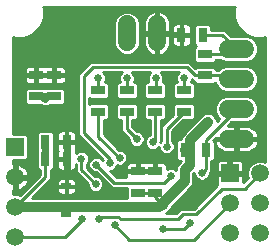
<source format=gbl>
G75*
%MOIN*%
%OFA0B0*%
%FSLAX25Y25*%
%IPPOS*%
%LPD*%
%AMOC8*
5,1,8,0,0,1.08239X$1,22.5*
%
%ADD10R,0.04724X0.03150*%
%ADD11R,0.03150X0.04724*%
%ADD12R,0.03268X0.02480*%
%ADD13R,0.05900X0.05900*%
%ADD14C,0.05900*%
%ADD15C,0.05937*%
%ADD16C,0.01000*%
%ADD17C,0.02600*%
%ADD18C,0.02400*%
%ADD19C,0.03200*%
D10*
X0048907Y0033490D03*
X0054657Y0033490D03*
X0054657Y0040577D03*
X0048907Y0040577D03*
X0045307Y0060490D03*
X0045307Y0067577D03*
X0035807Y0067577D03*
X0035807Y0060490D03*
X0021107Y0065540D03*
X0015107Y0065540D03*
X0015107Y0072627D03*
X0021107Y0072627D03*
X0054807Y0067577D03*
X0054807Y0060490D03*
X0064307Y0060490D03*
X0064307Y0067577D03*
X0071357Y0072540D03*
X0071357Y0079627D03*
D11*
X0070601Y0086033D03*
X0063514Y0086033D03*
X0064564Y0047583D03*
X0071651Y0047583D03*
X0025201Y0050383D03*
X0025201Y0044633D03*
X0018114Y0044633D03*
X0018114Y0050383D03*
D12*
X0025157Y0035561D03*
X0025157Y0026506D03*
D13*
X0008157Y0048633D03*
X0079657Y0039883D03*
D14*
X0008157Y0018633D03*
X0008157Y0028633D03*
X0008157Y0038633D03*
X0079657Y0029883D03*
X0079657Y0019883D03*
X0089657Y0019883D03*
X0089657Y0029883D03*
X0089657Y0039883D03*
D15*
X0084826Y0051333D02*
X0078889Y0051333D01*
X0078889Y0061333D02*
X0084826Y0061333D01*
X0084826Y0071333D02*
X0078889Y0071333D01*
X0078889Y0081333D02*
X0084826Y0081333D01*
X0055357Y0083615D02*
X0055357Y0089552D01*
X0045357Y0089552D02*
X0045357Y0083615D01*
D16*
X0041311Y0082231D02*
X0007357Y0082231D01*
X0007357Y0083229D02*
X0041089Y0083229D01*
X0041089Y0082766D02*
X0041739Y0081197D01*
X0042940Y0079996D01*
X0044508Y0079346D01*
X0046207Y0079346D01*
X0047775Y0079996D01*
X0048976Y0081197D01*
X0049626Y0082766D01*
X0049626Y0090401D01*
X0048976Y0091970D01*
X0047775Y0093170D01*
X0046207Y0093820D01*
X0044508Y0093820D01*
X0042940Y0093170D01*
X0041739Y0091970D01*
X0041089Y0090401D01*
X0041089Y0082766D01*
X0041724Y0081232D02*
X0007357Y0081232D01*
X0007357Y0080234D02*
X0042702Y0080234D01*
X0041089Y0084228D02*
X0007357Y0084228D01*
X0007716Y0085083D02*
X0010998Y0085083D01*
X0014031Y0086339D01*
X0016351Y0088660D01*
X0017607Y0091692D01*
X0017607Y0094974D01*
X0017459Y0095333D01*
X0081256Y0095333D01*
X0081107Y0094974D01*
X0081107Y0091692D01*
X0082363Y0088660D01*
X0084684Y0086339D01*
X0087716Y0085083D01*
X0090998Y0085083D01*
X0091357Y0085232D01*
X0091357Y0043779D01*
X0090503Y0044133D01*
X0088812Y0044133D01*
X0087250Y0043486D01*
X0086055Y0042291D01*
X0085407Y0040729D01*
X0085407Y0039038D01*
X0085659Y0038431D01*
X0084107Y0036879D01*
X0084107Y0039408D01*
X0080133Y0039408D01*
X0080133Y0040358D01*
X0084107Y0040358D01*
X0084107Y0043031D01*
X0084005Y0043412D01*
X0083808Y0043754D01*
X0083528Y0044034D01*
X0083186Y0044231D01*
X0082805Y0044333D01*
X0080132Y0044333D01*
X0080132Y0040358D01*
X0079182Y0040358D01*
X0079182Y0039408D01*
X0075207Y0039408D01*
X0075207Y0036736D01*
X0075310Y0036354D01*
X0075501Y0036023D01*
X0067612Y0028133D01*
X0063112Y0028133D01*
X0061612Y0026633D01*
X0058487Y0026633D01*
X0059080Y0026879D01*
X0059812Y0027611D01*
X0060207Y0028566D01*
X0060207Y0028832D01*
X0066250Y0034875D01*
X0067066Y0035691D01*
X0067507Y0036756D01*
X0067507Y0039882D01*
X0067757Y0040132D01*
X0067757Y0039566D01*
X0068153Y0038611D01*
X0068885Y0037879D01*
X0069840Y0037483D01*
X0070875Y0037483D01*
X0071830Y0037879D01*
X0072562Y0038611D01*
X0072957Y0039566D01*
X0072957Y0040138D01*
X0073451Y0040631D01*
X0073451Y0043921D01*
X0073764Y0043921D01*
X0074526Y0044683D01*
X0074526Y0050318D01*
X0074530Y0050287D01*
X0074748Y0049618D01*
X0075067Y0048991D01*
X0075481Y0048422D01*
X0075978Y0047925D01*
X0076547Y0047512D01*
X0077174Y0047192D01*
X0077843Y0046975D01*
X0078537Y0046865D01*
X0081373Y0046865D01*
X0081373Y0050849D01*
X0074441Y0050849D01*
X0074494Y0050515D01*
X0074040Y0050970D01*
X0074887Y0051818D01*
X0081373Y0051818D01*
X0081373Y0055802D01*
X0078872Y0055802D01*
X0080135Y0057065D01*
X0085675Y0057065D01*
X0087244Y0057715D01*
X0088445Y0058915D01*
X0089094Y0060484D01*
X0089094Y0062182D01*
X0088445Y0063751D01*
X0087244Y0064952D01*
X0085675Y0065602D01*
X0078040Y0065602D01*
X0076471Y0064952D01*
X0075270Y0063751D01*
X0074620Y0062182D01*
X0074620Y0060484D01*
X0075270Y0058915D01*
X0076082Y0058104D01*
X0075257Y0057279D01*
X0075257Y0057660D01*
X0074816Y0058726D01*
X0074000Y0059542D01*
X0072934Y0059983D01*
X0071781Y0059983D01*
X0070715Y0059542D01*
X0063899Y0052726D01*
X0063457Y0051660D01*
X0063457Y0051246D01*
X0062451Y0051246D01*
X0061689Y0050484D01*
X0061689Y0048221D01*
X0061664Y0048160D01*
X0061664Y0047006D01*
X0061689Y0046946D01*
X0061689Y0044683D01*
X0062451Y0043921D01*
X0063344Y0043921D01*
X0062149Y0042726D01*
X0061707Y0041660D01*
X0061707Y0040910D01*
X0061330Y0041287D01*
X0060375Y0041683D01*
X0059340Y0041683D01*
X0058520Y0041343D01*
X0058520Y0042349D01*
X0058417Y0042730D01*
X0058220Y0043072D01*
X0057941Y0043352D01*
X0057599Y0043549D01*
X0057217Y0043651D01*
X0054945Y0043651D01*
X0054945Y0040864D01*
X0054370Y0040864D01*
X0054370Y0040289D01*
X0050795Y0040289D01*
X0049195Y0040289D01*
X0049195Y0040864D01*
X0054370Y0040864D01*
X0054370Y0043651D01*
X0052098Y0043651D01*
X0051782Y0043567D01*
X0051467Y0043651D01*
X0049195Y0043651D01*
X0049195Y0040864D01*
X0048620Y0040864D01*
X0048620Y0040289D01*
X0045045Y0040289D01*
X0045045Y0038804D01*
X0045091Y0038633D01*
X0041853Y0038633D01*
X0039753Y0040733D01*
X0040125Y0040733D01*
X0041080Y0041129D01*
X0041812Y0041861D01*
X0042109Y0042579D01*
X0042340Y0042483D01*
X0043375Y0042483D01*
X0044330Y0042879D01*
X0045062Y0043611D01*
X0045457Y0044566D01*
X0045457Y0045601D01*
X0045062Y0046556D01*
X0044330Y0047287D01*
X0043375Y0047683D01*
X0042803Y0047683D01*
X0037607Y0052879D01*
X0037607Y0057615D01*
X0038708Y0057615D01*
X0039470Y0058377D01*
X0039470Y0062603D01*
X0038708Y0063365D01*
X0032907Y0063365D01*
X0032657Y0063115D01*
X0032657Y0064951D01*
X0032907Y0064702D01*
X0038708Y0064702D01*
X0039470Y0065463D01*
X0039470Y0069690D01*
X0038708Y0070451D01*
X0038174Y0070451D01*
X0038407Y0071016D01*
X0038407Y0072051D01*
X0038012Y0073006D01*
X0037484Y0073533D01*
X0043631Y0073533D01*
X0043103Y0073006D01*
X0042707Y0072051D01*
X0042707Y0071016D01*
X0042941Y0070451D01*
X0042407Y0070451D01*
X0041645Y0069690D01*
X0041645Y0065463D01*
X0042407Y0064702D01*
X0048208Y0064702D01*
X0048970Y0065463D01*
X0048970Y0069690D01*
X0048208Y0070451D01*
X0047674Y0070451D01*
X0047907Y0071016D01*
X0047907Y0072051D01*
X0047512Y0073006D01*
X0046984Y0073533D01*
X0053131Y0073533D01*
X0052653Y0073056D01*
X0052257Y0072101D01*
X0052257Y0071066D01*
X0052512Y0070451D01*
X0051907Y0070451D01*
X0051145Y0069690D01*
X0051145Y0065463D01*
X0051907Y0064702D01*
X0057708Y0064702D01*
X0058470Y0065463D01*
X0058470Y0069690D01*
X0057708Y0070451D01*
X0057203Y0070451D01*
X0057457Y0071066D01*
X0057457Y0072101D01*
X0057062Y0073056D01*
X0056584Y0073533D01*
X0062631Y0073533D01*
X0062103Y0073006D01*
X0061707Y0072051D01*
X0061707Y0071016D01*
X0061941Y0070451D01*
X0061407Y0070451D01*
X0060645Y0069690D01*
X0060645Y0065463D01*
X0061407Y0064702D01*
X0067208Y0064702D01*
X0067970Y0065463D01*
X0067970Y0069690D01*
X0067208Y0070451D01*
X0066674Y0070451D01*
X0066907Y0071016D01*
X0066907Y0071194D01*
X0067362Y0070740D01*
X0067695Y0070740D01*
X0067695Y0070427D01*
X0068457Y0069665D01*
X0074258Y0069665D01*
X0074754Y0070161D01*
X0075270Y0068915D01*
X0076471Y0067715D01*
X0078040Y0067065D01*
X0085675Y0067065D01*
X0087244Y0067715D01*
X0088445Y0068915D01*
X0089094Y0070484D01*
X0089094Y0072182D01*
X0088445Y0073751D01*
X0087244Y0074952D01*
X0085675Y0075602D01*
X0078040Y0075602D01*
X0076471Y0074952D01*
X0075859Y0074340D01*
X0075020Y0074340D01*
X0075020Y0074653D01*
X0074258Y0075415D01*
X0068457Y0075415D01*
X0068118Y0075076D01*
X0066060Y0077133D01*
X0033112Y0077133D01*
X0032057Y0076079D01*
X0029057Y0073079D01*
X0029057Y0052588D01*
X0037238Y0044407D01*
X0037230Y0044388D01*
X0036580Y0045037D01*
X0035625Y0045433D01*
X0034590Y0045433D01*
X0033635Y0045037D01*
X0032903Y0044306D01*
X0032507Y0043351D01*
X0032507Y0042316D01*
X0032903Y0041361D01*
X0033635Y0040629D01*
X0034590Y0040233D01*
X0035162Y0040233D01*
X0039307Y0036088D01*
X0040362Y0035033D01*
X0045245Y0035033D01*
X0045245Y0031533D01*
X0013603Y0031533D01*
X0019914Y0037844D01*
X0019914Y0040971D01*
X0020227Y0040971D01*
X0020989Y0041733D01*
X0020989Y0053284D01*
X0020227Y0054046D01*
X0016001Y0054046D01*
X0015239Y0053284D01*
X0015239Y0041733D01*
X0016001Y0040971D01*
X0016314Y0040971D01*
X0016314Y0039336D01*
X0009610Y0032632D01*
X0009003Y0032883D01*
X0007357Y0032883D01*
X0007357Y0034255D01*
X0007682Y0034203D01*
X0007682Y0038158D01*
X0008632Y0038158D01*
X0008632Y0034203D01*
X0009200Y0034293D01*
X0009866Y0034509D01*
X0010490Y0034827D01*
X0011056Y0035239D01*
X0011552Y0035734D01*
X0011963Y0036301D01*
X0012281Y0036925D01*
X0012498Y0037591D01*
X0012588Y0038158D01*
X0008633Y0038158D01*
X0008633Y0039108D01*
X0012588Y0039108D01*
X0012498Y0039675D01*
X0012281Y0040342D01*
X0011963Y0040966D01*
X0011552Y0041532D01*
X0011056Y0042028D01*
X0010490Y0042439D01*
X0009866Y0042757D01*
X0009200Y0042974D01*
X0008632Y0043064D01*
X0008632Y0039108D01*
X0007682Y0039108D01*
X0007682Y0043064D01*
X0007357Y0043012D01*
X0007357Y0044383D01*
X0011646Y0044383D01*
X0012407Y0045145D01*
X0012407Y0052122D01*
X0011646Y0052883D01*
X0007357Y0052883D01*
X0007357Y0085232D01*
X0007716Y0085083D01*
X0007372Y0085226D02*
X0007357Y0085226D01*
X0011343Y0085226D02*
X0041089Y0085226D01*
X0041089Y0086225D02*
X0013754Y0086225D01*
X0014915Y0087223D02*
X0041089Y0087223D01*
X0041089Y0088222D02*
X0015913Y0088222D01*
X0016583Y0089220D02*
X0041089Y0089220D01*
X0041089Y0090219D02*
X0016997Y0090219D01*
X0017411Y0091217D02*
X0041427Y0091217D01*
X0041985Y0092216D02*
X0017607Y0092216D01*
X0017607Y0093214D02*
X0043045Y0093214D01*
X0047670Y0093214D02*
X0052796Y0093214D01*
X0053015Y0093374D02*
X0052446Y0092960D01*
X0051949Y0092463D01*
X0051536Y0091894D01*
X0051216Y0091267D01*
X0050999Y0090598D01*
X0050889Y0089904D01*
X0050889Y0087068D01*
X0054873Y0087068D01*
X0054873Y0093999D01*
X0054311Y0093910D01*
X0053642Y0093693D01*
X0053015Y0093374D01*
X0051770Y0092216D02*
X0048730Y0092216D01*
X0049288Y0091217D02*
X0051200Y0091217D01*
X0050939Y0090219D02*
X0049626Y0090219D01*
X0049626Y0089220D02*
X0050889Y0089220D01*
X0050889Y0088222D02*
X0049626Y0088222D01*
X0049626Y0087223D02*
X0050889Y0087223D01*
X0050889Y0086099D02*
X0050889Y0083263D01*
X0050999Y0082568D01*
X0051216Y0081900D01*
X0051536Y0081273D01*
X0051949Y0080704D01*
X0052446Y0080206D01*
X0053015Y0079793D01*
X0053642Y0079474D01*
X0054311Y0079256D01*
X0054873Y0079167D01*
X0054873Y0086099D01*
X0050889Y0086099D01*
X0050889Y0085226D02*
X0049626Y0085226D01*
X0049626Y0084228D02*
X0050889Y0084228D01*
X0050894Y0083229D02*
X0049626Y0083229D01*
X0049404Y0082231D02*
X0051109Y0082231D01*
X0051565Y0081232D02*
X0048991Y0081232D01*
X0048013Y0080234D02*
X0052419Y0080234D01*
X0054445Y0079235D02*
X0007357Y0079235D01*
X0007357Y0078237D02*
X0067695Y0078237D01*
X0067695Y0077513D02*
X0068457Y0076752D01*
X0074258Y0076752D01*
X0075020Y0077513D01*
X0075020Y0077827D01*
X0076359Y0077827D01*
X0076471Y0077715D01*
X0078040Y0077065D01*
X0085675Y0077065D01*
X0087244Y0077715D01*
X0088445Y0078915D01*
X0089094Y0080484D01*
X0089094Y0082182D01*
X0088445Y0083751D01*
X0087244Y0084952D01*
X0085675Y0085602D01*
X0080135Y0085602D01*
X0077903Y0087833D01*
X0073476Y0087833D01*
X0073476Y0088934D01*
X0072714Y0089696D01*
X0068488Y0089696D01*
X0067726Y0088934D01*
X0067726Y0083133D01*
X0068407Y0082452D01*
X0067695Y0081740D01*
X0067695Y0077513D01*
X0067971Y0077238D02*
X0007357Y0077238D01*
X0007357Y0076240D02*
X0032218Y0076240D01*
X0031220Y0075241D02*
X0024551Y0075241D01*
X0024670Y0075122D02*
X0024391Y0075402D01*
X0024049Y0075599D01*
X0023667Y0075701D01*
X0021395Y0075701D01*
X0021395Y0072914D01*
X0024970Y0072914D01*
X0024970Y0074399D01*
X0024867Y0074780D01*
X0024670Y0075122D01*
X0024970Y0074243D02*
X0030221Y0074243D01*
X0029223Y0073244D02*
X0024970Y0073244D01*
X0024970Y0072339D02*
X0021395Y0072339D01*
X0021395Y0069552D01*
X0023667Y0069552D01*
X0024049Y0069654D01*
X0024391Y0069852D01*
X0024670Y0070131D01*
X0024867Y0070473D01*
X0024970Y0070854D01*
X0024970Y0072339D01*
X0024970Y0072245D02*
X0029057Y0072245D01*
X0029057Y0071247D02*
X0024970Y0071247D01*
X0024738Y0070248D02*
X0029057Y0070248D01*
X0029057Y0069250D02*
X0007357Y0069250D01*
X0007357Y0070248D02*
X0011477Y0070248D01*
X0011545Y0070131D02*
X0011824Y0069852D01*
X0012166Y0069654D01*
X0012548Y0069552D01*
X0014820Y0069552D01*
X0014820Y0072339D01*
X0015395Y0072339D01*
X0015395Y0069552D01*
X0017667Y0069552D01*
X0018049Y0069654D01*
X0018107Y0069688D01*
X0018166Y0069654D01*
X0018548Y0069552D01*
X0020820Y0069552D01*
X0020820Y0072339D01*
X0021395Y0072339D01*
X0021395Y0072914D01*
X0020820Y0072914D01*
X0020820Y0072339D01*
X0017245Y0072339D01*
X0015395Y0072339D01*
X0015395Y0072914D01*
X0020820Y0072914D01*
X0020820Y0075701D01*
X0018548Y0075701D01*
X0018166Y0075599D01*
X0018107Y0075565D01*
X0018049Y0075599D01*
X0017667Y0075701D01*
X0015395Y0075701D01*
X0015395Y0072914D01*
X0014820Y0072914D01*
X0014820Y0072339D01*
X0011245Y0072339D01*
X0011245Y0070854D01*
X0011348Y0070473D01*
X0011545Y0070131D01*
X0012207Y0068415D02*
X0011445Y0067653D01*
X0011445Y0063427D01*
X0012207Y0062665D01*
X0016599Y0062665D01*
X0016635Y0062629D01*
X0017590Y0062233D01*
X0018625Y0062233D01*
X0019580Y0062629D01*
X0019616Y0062665D01*
X0024008Y0062665D01*
X0024770Y0063427D01*
X0024770Y0067653D01*
X0024008Y0068415D01*
X0018207Y0068415D01*
X0018107Y0068315D01*
X0018008Y0068415D01*
X0012207Y0068415D01*
X0012043Y0068251D02*
X0007357Y0068251D01*
X0007357Y0067253D02*
X0011445Y0067253D01*
X0011445Y0066254D02*
X0007357Y0066254D01*
X0007357Y0065256D02*
X0011445Y0065256D01*
X0011445Y0064257D02*
X0007357Y0064257D01*
X0007357Y0063259D02*
X0011613Y0063259D01*
X0007357Y0062260D02*
X0017525Y0062260D01*
X0018690Y0062260D02*
X0029057Y0062260D01*
X0029057Y0061262D02*
X0007357Y0061262D01*
X0007357Y0060263D02*
X0029057Y0060263D01*
X0029057Y0059265D02*
X0007357Y0059265D01*
X0007357Y0058266D02*
X0029057Y0058266D01*
X0029057Y0057268D02*
X0007357Y0057268D01*
X0007357Y0056269D02*
X0029057Y0056269D01*
X0029057Y0055271D02*
X0007357Y0055271D01*
X0007357Y0054272D02*
X0029057Y0054272D01*
X0029057Y0053274D02*
X0028187Y0053274D01*
X0028173Y0053325D02*
X0027976Y0053667D01*
X0027697Y0053946D01*
X0027355Y0054143D01*
X0026973Y0054246D01*
X0025488Y0054246D01*
X0025488Y0050671D01*
X0024913Y0050671D01*
X0024913Y0050096D01*
X0022126Y0050096D01*
X0022126Y0047824D01*
X0022210Y0047508D01*
X0022126Y0047193D01*
X0022126Y0044921D01*
X0024913Y0044921D01*
X0024913Y0044346D01*
X0022126Y0044346D01*
X0022126Y0042074D01*
X0022228Y0041692D01*
X0022426Y0041350D01*
X0022705Y0041071D01*
X0023047Y0040873D01*
X0023428Y0040771D01*
X0024913Y0040771D01*
X0024913Y0044346D01*
X0025488Y0044346D01*
X0025488Y0040771D01*
X0026973Y0040771D01*
X0027355Y0040873D01*
X0027697Y0041071D01*
X0027976Y0041350D01*
X0028173Y0041692D01*
X0028276Y0042074D01*
X0028276Y0042988D01*
X0028307Y0042956D01*
X0028307Y0040338D01*
X0029362Y0039283D01*
X0032257Y0036388D01*
X0032257Y0035816D01*
X0032653Y0034861D01*
X0033385Y0034129D01*
X0034340Y0033733D01*
X0035375Y0033733D01*
X0036330Y0034129D01*
X0037062Y0034861D01*
X0037457Y0035816D01*
X0037457Y0036851D01*
X0037062Y0037806D01*
X0036330Y0038537D01*
X0035375Y0038933D01*
X0034803Y0038933D01*
X0031907Y0041829D01*
X0031907Y0042956D01*
X0032312Y0043361D01*
X0032707Y0044316D01*
X0032707Y0045351D01*
X0032312Y0046306D01*
X0031580Y0047037D01*
X0030625Y0047433D01*
X0029590Y0047433D01*
X0028635Y0047037D01*
X0028276Y0046678D01*
X0028276Y0047193D01*
X0028191Y0047508D01*
X0028276Y0047824D01*
X0028276Y0050096D01*
X0025488Y0050096D01*
X0025488Y0044921D01*
X0024913Y0044921D01*
X0024913Y0048496D01*
X0024913Y0050096D01*
X0025488Y0050096D01*
X0025488Y0050671D01*
X0028276Y0050671D01*
X0028276Y0052943D01*
X0028173Y0053325D01*
X0028276Y0052275D02*
X0029370Y0052275D01*
X0030368Y0051277D02*
X0028276Y0051277D01*
X0028276Y0049280D02*
X0032365Y0049280D01*
X0031367Y0050278D02*
X0025488Y0050278D01*
X0024913Y0050278D02*
X0020989Y0050278D01*
X0020989Y0049280D02*
X0022126Y0049280D01*
X0022126Y0048281D02*
X0020989Y0048281D01*
X0020989Y0047283D02*
X0022150Y0047283D01*
X0022126Y0046284D02*
X0020989Y0046284D01*
X0020989Y0045286D02*
X0022126Y0045286D01*
X0022126Y0044287D02*
X0020989Y0044287D01*
X0020989Y0043289D02*
X0022126Y0043289D01*
X0022126Y0042290D02*
X0020989Y0042290D01*
X0020548Y0041292D02*
X0022484Y0041292D01*
X0019914Y0040293D02*
X0028352Y0040293D01*
X0028307Y0041292D02*
X0027917Y0041292D01*
X0028276Y0042290D02*
X0028307Y0042290D01*
X0030107Y0041083D02*
X0030107Y0044833D01*
X0029227Y0047283D02*
X0028252Y0047283D01*
X0028276Y0048281D02*
X0033364Y0048281D01*
X0034363Y0047283D02*
X0030988Y0047283D01*
X0032321Y0046284D02*
X0035361Y0046284D01*
X0035981Y0045286D02*
X0036360Y0045286D01*
X0034234Y0045286D02*
X0032707Y0045286D01*
X0032695Y0044287D02*
X0032895Y0044287D01*
X0032507Y0043289D02*
X0032240Y0043289D01*
X0032518Y0042290D02*
X0031907Y0042290D01*
X0032445Y0041292D02*
X0032972Y0041292D01*
X0033443Y0040293D02*
X0034446Y0040293D01*
X0034442Y0039295D02*
X0036101Y0039295D01*
X0036572Y0038296D02*
X0037099Y0038296D01*
X0037272Y0037298D02*
X0038098Y0037298D01*
X0037457Y0036299D02*
X0039096Y0036299D01*
X0040095Y0035301D02*
X0037244Y0035301D01*
X0036503Y0034302D02*
X0045245Y0034302D01*
X0045245Y0033304D02*
X0027895Y0033304D01*
X0027992Y0033400D02*
X0028189Y0033742D01*
X0028291Y0034123D01*
X0028291Y0035441D01*
X0025278Y0035441D01*
X0025278Y0035681D01*
X0028291Y0035681D01*
X0028291Y0036999D01*
X0028189Y0037380D01*
X0027992Y0037722D01*
X0027712Y0038001D01*
X0027370Y0038199D01*
X0026989Y0038301D01*
X0025278Y0038301D01*
X0025278Y0035681D01*
X0025037Y0035681D01*
X0025037Y0035441D01*
X0022024Y0035441D01*
X0022024Y0034123D01*
X0022126Y0033742D01*
X0022323Y0033400D01*
X0022603Y0033120D01*
X0022945Y0032923D01*
X0023326Y0032821D01*
X0025037Y0032821D01*
X0025037Y0035441D01*
X0025278Y0035441D01*
X0025278Y0032821D01*
X0026989Y0032821D01*
X0027370Y0032923D01*
X0027712Y0033120D01*
X0027992Y0033400D01*
X0028291Y0034302D02*
X0033212Y0034302D01*
X0032471Y0035301D02*
X0028291Y0035301D01*
X0028291Y0036299D02*
X0032257Y0036299D01*
X0031348Y0037298D02*
X0028211Y0037298D01*
X0027007Y0038296D02*
X0030349Y0038296D01*
X0029362Y0039283D02*
X0029362Y0039283D01*
X0029351Y0039295D02*
X0019914Y0039295D01*
X0019914Y0038296D02*
X0023308Y0038296D01*
X0023326Y0038301D02*
X0022945Y0038199D01*
X0022603Y0038001D01*
X0022323Y0037722D01*
X0022126Y0037380D01*
X0022024Y0036999D01*
X0022024Y0035681D01*
X0025037Y0035681D01*
X0025037Y0038301D01*
X0023326Y0038301D01*
X0022104Y0037298D02*
X0019367Y0037298D01*
X0018369Y0036299D02*
X0022024Y0036299D01*
X0022024Y0035301D02*
X0017370Y0035301D01*
X0016372Y0034302D02*
X0022024Y0034302D01*
X0022419Y0033304D02*
X0015373Y0033304D01*
X0014375Y0032305D02*
X0045245Y0032305D01*
X0048907Y0033490D02*
X0054657Y0033490D01*
X0054657Y0032033D01*
X0057607Y0029083D01*
X0059514Y0027312D02*
X0062291Y0027312D01*
X0063857Y0026333D02*
X0062357Y0024833D01*
X0043107Y0024833D01*
X0042607Y0025333D01*
X0036607Y0025333D01*
X0036107Y0024833D01*
X0030257Y0024633D02*
X0030257Y0024233D01*
X0024657Y0018633D01*
X0008157Y0018633D01*
X0008157Y0028633D02*
X0018114Y0038590D01*
X0018114Y0044633D01*
X0015239Y0044287D02*
X0007357Y0044287D01*
X0007357Y0043289D02*
X0015239Y0043289D01*
X0015239Y0042290D02*
X0010695Y0042290D01*
X0011727Y0041292D02*
X0015680Y0041292D01*
X0016314Y0040293D02*
X0012297Y0040293D01*
X0012558Y0039295D02*
X0016273Y0039295D01*
X0015275Y0038296D02*
X0008633Y0038296D01*
X0008632Y0037298D02*
X0007682Y0037298D01*
X0007682Y0036299D02*
X0008632Y0036299D01*
X0008632Y0035301D02*
X0007682Y0035301D01*
X0007682Y0034302D02*
X0008632Y0034302D01*
X0009228Y0034302D02*
X0011281Y0034302D01*
X0011118Y0035301D02*
X0012279Y0035301D01*
X0011962Y0036299D02*
X0013278Y0036299D01*
X0012402Y0037298D02*
X0014276Y0037298D01*
X0010282Y0033304D02*
X0007357Y0033304D01*
X0007682Y0039295D02*
X0008632Y0039295D01*
X0008632Y0040293D02*
X0007682Y0040293D01*
X0007682Y0041292D02*
X0008632Y0041292D01*
X0008632Y0042290D02*
X0007682Y0042290D01*
X0012407Y0045286D02*
X0015239Y0045286D01*
X0015239Y0046284D02*
X0012407Y0046284D01*
X0012407Y0047283D02*
X0015239Y0047283D01*
X0015239Y0048281D02*
X0012407Y0048281D01*
X0012407Y0049280D02*
X0015239Y0049280D01*
X0015239Y0050278D02*
X0012407Y0050278D01*
X0012407Y0051277D02*
X0015239Y0051277D01*
X0015239Y0052275D02*
X0012254Y0052275D01*
X0015239Y0053274D02*
X0007357Y0053274D01*
X0020989Y0053274D02*
X0022215Y0053274D01*
X0022228Y0053325D02*
X0022126Y0052943D01*
X0022126Y0050671D01*
X0024913Y0050671D01*
X0024913Y0054246D01*
X0023428Y0054246D01*
X0023047Y0054143D01*
X0022705Y0053946D01*
X0022426Y0053667D01*
X0022228Y0053325D01*
X0022126Y0052275D02*
X0020989Y0052275D01*
X0020989Y0051277D02*
X0022126Y0051277D01*
X0024913Y0051277D02*
X0025488Y0051277D01*
X0025488Y0052275D02*
X0024913Y0052275D01*
X0024913Y0053274D02*
X0025488Y0053274D01*
X0025488Y0049280D02*
X0024913Y0049280D01*
X0024913Y0048281D02*
X0025488Y0048281D01*
X0025488Y0047283D02*
X0024913Y0047283D01*
X0024913Y0046284D02*
X0025488Y0046284D01*
X0025488Y0045286D02*
X0024913Y0045286D01*
X0024913Y0044287D02*
X0025488Y0044287D01*
X0025488Y0043289D02*
X0024913Y0043289D01*
X0024913Y0042290D02*
X0025488Y0042290D01*
X0025488Y0041292D02*
X0024913Y0041292D01*
X0026607Y0039083D02*
X0025157Y0037633D01*
X0025157Y0035561D01*
X0025037Y0035301D02*
X0025278Y0035301D01*
X0025278Y0036299D02*
X0025037Y0036299D01*
X0025037Y0037298D02*
X0025278Y0037298D01*
X0025278Y0038296D02*
X0025037Y0038296D01*
X0025037Y0034302D02*
X0025278Y0034302D01*
X0025278Y0033304D02*
X0025037Y0033304D01*
X0025369Y0028945D02*
X0025369Y0028517D01*
X0025157Y0028233D01*
X0025157Y0026506D01*
X0034857Y0036333D02*
X0030107Y0041083D01*
X0035107Y0042833D02*
X0041107Y0036833D01*
X0057607Y0036833D01*
X0059857Y0039083D01*
X0061320Y0041292D02*
X0061707Y0041292D01*
X0061968Y0042290D02*
X0058520Y0042290D01*
X0058004Y0043289D02*
X0062712Y0043289D01*
X0062085Y0044287D02*
X0045342Y0044287D01*
X0045966Y0043549D02*
X0045624Y0043352D01*
X0045345Y0043072D01*
X0045148Y0042730D01*
X0045045Y0042349D01*
X0045045Y0040864D01*
X0048620Y0040864D01*
X0048620Y0043651D01*
X0046348Y0043651D01*
X0045966Y0043549D01*
X0045561Y0043289D02*
X0044740Y0043289D01*
X0045045Y0042290D02*
X0041990Y0042290D01*
X0041243Y0041292D02*
X0045045Y0041292D01*
X0045045Y0039295D02*
X0041192Y0039295D01*
X0040193Y0040293D02*
X0048620Y0040293D01*
X0048907Y0040577D02*
X0054657Y0040577D01*
X0054370Y0040293D02*
X0049195Y0040293D01*
X0049195Y0041292D02*
X0048620Y0041292D01*
X0048620Y0042290D02*
X0049195Y0042290D01*
X0049195Y0043289D02*
X0048620Y0043289D01*
X0045457Y0045286D02*
X0061689Y0045286D01*
X0061689Y0046284D02*
X0059247Y0046284D01*
X0059125Y0046233D02*
X0060080Y0046629D01*
X0060812Y0047361D01*
X0061207Y0048316D01*
X0061207Y0049351D01*
X0060812Y0050306D01*
X0060407Y0050710D01*
X0060407Y0054044D01*
X0063978Y0057615D01*
X0067208Y0057615D01*
X0067970Y0058377D01*
X0067970Y0062603D01*
X0067208Y0063365D01*
X0061407Y0063365D01*
X0060645Y0062603D01*
X0060645Y0059373D01*
X0056807Y0055536D01*
X0056807Y0050710D01*
X0056457Y0050360D01*
X0056457Y0050388D01*
X0056607Y0050538D01*
X0056607Y0057615D01*
X0057708Y0057615D01*
X0058470Y0058377D01*
X0058470Y0062603D01*
X0057708Y0063365D01*
X0051907Y0063365D01*
X0051145Y0062603D01*
X0051145Y0058377D01*
X0051907Y0057615D01*
X0053007Y0057615D01*
X0053007Y0052795D01*
X0052385Y0052537D01*
X0051653Y0051806D01*
X0051257Y0050851D01*
X0051257Y0049816D01*
X0051653Y0048861D01*
X0052385Y0048129D01*
X0053340Y0047733D01*
X0054375Y0047733D01*
X0055330Y0048129D01*
X0056007Y0048806D01*
X0056007Y0048316D01*
X0056403Y0047361D01*
X0057135Y0046629D01*
X0058090Y0046233D01*
X0059125Y0046233D01*
X0057967Y0046284D02*
X0045174Y0046284D01*
X0044335Y0047283D02*
X0056481Y0047283D01*
X0056022Y0048281D02*
X0055482Y0048281D01*
X0053857Y0050333D02*
X0054807Y0051283D01*
X0054807Y0060490D01*
X0058470Y0060263D02*
X0060645Y0060263D01*
X0060645Y0061262D02*
X0058470Y0061262D01*
X0058470Y0062260D02*
X0060645Y0062260D01*
X0061301Y0063259D02*
X0057814Y0063259D01*
X0058262Y0065256D02*
X0060853Y0065256D01*
X0060645Y0066254D02*
X0058470Y0066254D01*
X0058470Y0067253D02*
X0060645Y0067253D01*
X0060645Y0068251D02*
X0058470Y0068251D01*
X0058470Y0069250D02*
X0060645Y0069250D01*
X0061204Y0070248D02*
X0057911Y0070248D01*
X0057457Y0071247D02*
X0061707Y0071247D01*
X0061788Y0072245D02*
X0057397Y0072245D01*
X0056874Y0073244D02*
X0062341Y0073244D01*
X0064307Y0071533D02*
X0064307Y0067577D01*
X0067970Y0067253D02*
X0077586Y0067253D01*
X0075934Y0068251D02*
X0067970Y0068251D01*
X0067970Y0069250D02*
X0075132Y0069250D01*
X0071357Y0072540D02*
X0068107Y0072540D01*
X0065314Y0075333D01*
X0033857Y0075333D01*
X0030857Y0072333D01*
X0030857Y0053333D01*
X0039607Y0044583D01*
X0039607Y0043333D01*
X0042857Y0045083D02*
X0035807Y0052133D01*
X0035807Y0060490D01*
X0037607Y0057268D02*
X0043507Y0057268D01*
X0043507Y0057615D02*
X0043507Y0053888D01*
X0044562Y0052833D01*
X0046007Y0051388D01*
X0046007Y0050816D01*
X0046403Y0049861D01*
X0047135Y0049129D01*
X0048090Y0048733D01*
X0049125Y0048733D01*
X0050080Y0049129D01*
X0050812Y0049861D01*
X0051207Y0050816D01*
X0051207Y0051851D01*
X0050812Y0052806D01*
X0050080Y0053537D01*
X0049125Y0053933D01*
X0048553Y0053933D01*
X0047107Y0055379D01*
X0047107Y0057615D01*
X0048208Y0057615D01*
X0048970Y0058377D01*
X0048970Y0062603D01*
X0048208Y0063365D01*
X0042407Y0063365D01*
X0041645Y0062603D01*
X0041645Y0058377D01*
X0042407Y0057615D01*
X0043507Y0057615D01*
X0043507Y0056269D02*
X0037607Y0056269D01*
X0037607Y0055271D02*
X0043507Y0055271D01*
X0043507Y0054272D02*
X0037607Y0054272D01*
X0037607Y0053274D02*
X0044121Y0053274D01*
X0045120Y0052275D02*
X0038211Y0052275D01*
X0039210Y0051277D02*
X0046007Y0051277D01*
X0046230Y0050278D02*
X0040208Y0050278D01*
X0041207Y0049280D02*
X0046984Y0049280D01*
X0048607Y0051333D02*
X0045307Y0054633D01*
X0045307Y0060490D01*
X0041645Y0060263D02*
X0039470Y0060263D01*
X0039470Y0059265D02*
X0041645Y0059265D01*
X0041756Y0058266D02*
X0039359Y0058266D01*
X0039470Y0061262D02*
X0041645Y0061262D01*
X0041645Y0062260D02*
X0039470Y0062260D01*
X0038814Y0063259D02*
X0042301Y0063259D01*
X0041853Y0065256D02*
X0039262Y0065256D01*
X0039470Y0066254D02*
X0041645Y0066254D01*
X0041645Y0067253D02*
X0039470Y0067253D01*
X0039470Y0068251D02*
X0041645Y0068251D01*
X0041645Y0069250D02*
X0039470Y0069250D01*
X0038911Y0070248D02*
X0042204Y0070248D01*
X0042707Y0071247D02*
X0038407Y0071247D01*
X0038327Y0072245D02*
X0042788Y0072245D01*
X0043341Y0073244D02*
X0037774Y0073244D01*
X0035807Y0071533D02*
X0035807Y0067577D01*
X0032657Y0064257D02*
X0075776Y0064257D01*
X0075066Y0063259D02*
X0067314Y0063259D01*
X0067970Y0062260D02*
X0074653Y0062260D01*
X0074620Y0061262D02*
X0067970Y0061262D01*
X0067970Y0060263D02*
X0074712Y0060263D01*
X0075126Y0059265D02*
X0074277Y0059265D01*
X0075006Y0058266D02*
X0075919Y0058266D01*
X0079339Y0056269D02*
X0091357Y0056269D01*
X0091357Y0055271D02*
X0086941Y0055271D01*
X0087168Y0055155D02*
X0086541Y0055474D01*
X0085872Y0055692D01*
X0085178Y0055802D01*
X0082342Y0055802D01*
X0082342Y0051818D01*
X0081373Y0051818D01*
X0081373Y0050849D01*
X0082342Y0050849D01*
X0082342Y0051818D01*
X0089273Y0051818D01*
X0089184Y0052380D01*
X0088967Y0053049D01*
X0088648Y0053675D01*
X0088234Y0054244D01*
X0087737Y0054742D01*
X0087168Y0055155D01*
X0088206Y0054272D02*
X0091357Y0054272D01*
X0091357Y0053274D02*
X0088852Y0053274D01*
X0089201Y0052275D02*
X0091357Y0052275D01*
X0091357Y0051277D02*
X0082342Y0051277D01*
X0082342Y0050849D02*
X0089273Y0050849D01*
X0089184Y0050287D01*
X0088967Y0049618D01*
X0088648Y0048991D01*
X0088234Y0048422D01*
X0087737Y0047925D01*
X0087168Y0047512D01*
X0086541Y0047192D01*
X0085872Y0046975D01*
X0085178Y0046865D01*
X0082342Y0046865D01*
X0082342Y0050849D01*
X0082342Y0050278D02*
X0081373Y0050278D01*
X0081373Y0049280D02*
X0082342Y0049280D01*
X0082342Y0048281D02*
X0081373Y0048281D01*
X0081373Y0047283D02*
X0082342Y0047283D01*
X0082977Y0044287D02*
X0091357Y0044287D01*
X0091357Y0045286D02*
X0074526Y0045286D01*
X0074526Y0046284D02*
X0091357Y0046284D01*
X0091357Y0047283D02*
X0086719Y0047283D01*
X0088093Y0048281D02*
X0091357Y0048281D01*
X0091357Y0049280D02*
X0088795Y0049280D01*
X0089182Y0050278D02*
X0091357Y0050278D01*
X0087052Y0043289D02*
X0084038Y0043289D01*
X0084107Y0042290D02*
X0086054Y0042290D01*
X0085641Y0041292D02*
X0084107Y0041292D01*
X0085407Y0040293D02*
X0080133Y0040293D01*
X0079182Y0040293D02*
X0073113Y0040293D01*
X0072845Y0039295D02*
X0075207Y0039295D01*
X0075207Y0038296D02*
X0072247Y0038296D01*
X0070357Y0040083D02*
X0071651Y0041377D01*
X0071651Y0047583D01*
X0071651Y0051127D01*
X0081857Y0061333D01*
X0086165Y0057268D02*
X0091357Y0057268D01*
X0091357Y0058266D02*
X0087796Y0058266D01*
X0088589Y0059265D02*
X0091357Y0059265D01*
X0091357Y0060263D02*
X0089003Y0060263D01*
X0089094Y0061262D02*
X0091357Y0061262D01*
X0091357Y0062260D02*
X0089062Y0062260D01*
X0088649Y0063259D02*
X0091357Y0063259D01*
X0091357Y0064257D02*
X0087938Y0064257D01*
X0086510Y0065256D02*
X0091357Y0065256D01*
X0091357Y0066254D02*
X0067970Y0066254D01*
X0067762Y0065256D02*
X0077205Y0065256D01*
X0081857Y0071333D02*
X0080401Y0072540D01*
X0071357Y0072540D01*
X0068283Y0075241D02*
X0067952Y0075241D01*
X0066954Y0076240D02*
X0091357Y0076240D01*
X0091357Y0077238D02*
X0086093Y0077238D01*
X0087766Y0078237D02*
X0091357Y0078237D01*
X0091357Y0079235D02*
X0088577Y0079235D01*
X0088991Y0080234D02*
X0091357Y0080234D01*
X0091357Y0081232D02*
X0089094Y0081232D01*
X0089075Y0082231D02*
X0091357Y0082231D01*
X0091357Y0083229D02*
X0088661Y0083229D01*
X0087968Y0084228D02*
X0091357Y0084228D01*
X0091343Y0085226D02*
X0091357Y0085226D01*
X0087372Y0085226D02*
X0086582Y0085226D01*
X0084961Y0086225D02*
X0079512Y0086225D01*
X0078513Y0087223D02*
X0083800Y0087223D01*
X0082802Y0088222D02*
X0073476Y0088222D01*
X0073189Y0089220D02*
X0082131Y0089220D01*
X0081718Y0090219D02*
X0059776Y0090219D01*
X0059826Y0089904D02*
X0059716Y0090598D01*
X0059499Y0091267D01*
X0059179Y0091894D01*
X0058766Y0092463D01*
X0058269Y0092960D01*
X0057699Y0093374D01*
X0057073Y0093693D01*
X0056404Y0093910D01*
X0055842Y0093999D01*
X0055842Y0087068D01*
X0054873Y0087068D01*
X0054873Y0086099D01*
X0055842Y0086099D01*
X0055842Y0087068D01*
X0059826Y0087068D01*
X0059826Y0089904D01*
X0059826Y0089220D02*
X0060683Y0089220D01*
X0060739Y0089317D02*
X0060542Y0088975D01*
X0060439Y0088593D01*
X0060439Y0086321D01*
X0063227Y0086321D01*
X0063227Y0089896D01*
X0061742Y0089896D01*
X0061360Y0089793D01*
X0061018Y0089596D01*
X0060739Y0089317D01*
X0060439Y0088222D02*
X0059826Y0088222D01*
X0059826Y0087223D02*
X0060439Y0087223D01*
X0059826Y0086099D02*
X0055842Y0086099D01*
X0055842Y0079167D01*
X0056404Y0079256D01*
X0057073Y0079474D01*
X0057699Y0079793D01*
X0058269Y0080206D01*
X0058766Y0080704D01*
X0059179Y0081273D01*
X0059499Y0081900D01*
X0059716Y0082568D01*
X0059826Y0083263D01*
X0059826Y0086099D01*
X0060439Y0085746D02*
X0060439Y0083474D01*
X0060542Y0083092D01*
X0060739Y0082750D01*
X0061018Y0082471D01*
X0061360Y0082273D01*
X0061742Y0082171D01*
X0063227Y0082171D01*
X0063227Y0085746D01*
X0063802Y0085746D01*
X0063802Y0086321D01*
X0066589Y0086321D01*
X0066589Y0088593D01*
X0066487Y0088975D01*
X0066289Y0089317D01*
X0066010Y0089596D01*
X0065668Y0089793D01*
X0065286Y0089896D01*
X0063802Y0089896D01*
X0063802Y0086321D01*
X0063227Y0086321D01*
X0063227Y0085746D01*
X0060439Y0085746D01*
X0060439Y0085226D02*
X0059826Y0085226D01*
X0059826Y0084228D02*
X0060439Y0084228D01*
X0060505Y0083229D02*
X0059821Y0083229D01*
X0059606Y0082231D02*
X0061520Y0082231D01*
X0063227Y0082231D02*
X0063802Y0082231D01*
X0063802Y0082171D02*
X0065286Y0082171D01*
X0065668Y0082273D01*
X0066010Y0082471D01*
X0066289Y0082750D01*
X0066487Y0083092D01*
X0066589Y0083474D01*
X0066589Y0085746D01*
X0063802Y0085746D01*
X0063802Y0082171D01*
X0063802Y0083229D02*
X0063227Y0083229D01*
X0063227Y0084228D02*
X0063802Y0084228D01*
X0063802Y0085226D02*
X0063227Y0085226D01*
X0063514Y0086033D02*
X0062964Y0086583D01*
X0055357Y0086583D01*
X0054873Y0086225D02*
X0049626Y0086225D01*
X0054873Y0087223D02*
X0055842Y0087223D01*
X0055842Y0086225D02*
X0063227Y0086225D01*
X0063802Y0086225D02*
X0067726Y0086225D01*
X0067726Y0087223D02*
X0066589Y0087223D01*
X0066589Y0088222D02*
X0067726Y0088222D01*
X0068012Y0089220D02*
X0066345Y0089220D01*
X0063802Y0089220D02*
X0063227Y0089220D01*
X0063227Y0088222D02*
X0063802Y0088222D01*
X0063802Y0087223D02*
X0063227Y0087223D01*
X0066589Y0085226D02*
X0067726Y0085226D01*
X0067726Y0084228D02*
X0066589Y0084228D01*
X0066523Y0083229D02*
X0067726Y0083229D01*
X0068186Y0082231D02*
X0065508Y0082231D01*
X0067695Y0081232D02*
X0059150Y0081232D01*
X0058296Y0080234D02*
X0067695Y0080234D01*
X0067695Y0079235D02*
X0056270Y0079235D01*
X0055842Y0079235D02*
X0054873Y0079235D01*
X0054873Y0080234D02*
X0055842Y0080234D01*
X0055842Y0081232D02*
X0054873Y0081232D01*
X0054873Y0082231D02*
X0055842Y0082231D01*
X0055842Y0083229D02*
X0054873Y0083229D01*
X0054873Y0084228D02*
X0055842Y0084228D01*
X0055842Y0085226D02*
X0054873Y0085226D01*
X0054873Y0088222D02*
X0055842Y0088222D01*
X0055842Y0089220D02*
X0054873Y0089220D01*
X0054873Y0090219D02*
X0055842Y0090219D01*
X0055842Y0091217D02*
X0054873Y0091217D01*
X0054873Y0092216D02*
X0055842Y0092216D01*
X0055842Y0093214D02*
X0054873Y0093214D01*
X0057919Y0093214D02*
X0081107Y0093214D01*
X0081107Y0092216D02*
X0058945Y0092216D01*
X0059515Y0091217D02*
X0081304Y0091217D01*
X0081107Y0094213D02*
X0017607Y0094213D01*
X0017509Y0095211D02*
X0081206Y0095211D01*
X0077157Y0086033D02*
X0081857Y0081333D01*
X0080401Y0079627D01*
X0071357Y0079627D01*
X0074744Y0077238D02*
X0077622Y0077238D01*
X0077169Y0075241D02*
X0074432Y0075241D01*
X0067874Y0070248D02*
X0067411Y0070248D01*
X0064307Y0060490D02*
X0058607Y0054790D01*
X0058607Y0048833D01*
X0060734Y0047283D02*
X0061664Y0047283D01*
X0061689Y0048281D02*
X0061193Y0048281D01*
X0061207Y0049280D02*
X0061689Y0049280D01*
X0061689Y0050278D02*
X0060823Y0050278D01*
X0060407Y0051277D02*
X0063457Y0051277D01*
X0063712Y0052275D02*
X0060407Y0052275D01*
X0060407Y0053274D02*
X0064447Y0053274D01*
X0065445Y0054272D02*
X0060635Y0054272D01*
X0061634Y0055271D02*
X0066444Y0055271D01*
X0067442Y0056269D02*
X0062632Y0056269D01*
X0063631Y0057268D02*
X0068441Y0057268D01*
X0067859Y0058266D02*
X0069439Y0058266D01*
X0070438Y0059265D02*
X0067970Y0059265D01*
X0060537Y0059265D02*
X0058470Y0059265D01*
X0058359Y0058266D02*
X0059538Y0058266D01*
X0058540Y0057268D02*
X0056607Y0057268D01*
X0056607Y0056269D02*
X0057541Y0056269D01*
X0056807Y0055271D02*
X0056607Y0055271D01*
X0056607Y0054272D02*
X0056807Y0054272D01*
X0056807Y0053274D02*
X0056607Y0053274D01*
X0056607Y0052275D02*
X0056807Y0052275D01*
X0056807Y0051277D02*
X0056607Y0051277D01*
X0053007Y0053274D02*
X0050344Y0053274D01*
X0051032Y0052275D02*
X0052122Y0052275D01*
X0051434Y0051277D02*
X0051207Y0051277D01*
X0051257Y0050278D02*
X0050985Y0050278D01*
X0051480Y0049280D02*
X0050231Y0049280D01*
X0052233Y0048281D02*
X0042205Y0048281D01*
X0048214Y0054272D02*
X0053007Y0054272D01*
X0053007Y0055271D02*
X0047216Y0055271D01*
X0047107Y0056269D02*
X0053007Y0056269D01*
X0053007Y0057268D02*
X0047107Y0057268D01*
X0048859Y0058266D02*
X0051256Y0058266D01*
X0051145Y0059265D02*
X0048970Y0059265D01*
X0048970Y0060263D02*
X0051145Y0060263D01*
X0051145Y0061262D02*
X0048970Y0061262D01*
X0048970Y0062260D02*
X0051145Y0062260D01*
X0051801Y0063259D02*
X0048314Y0063259D01*
X0048762Y0065256D02*
X0051353Y0065256D01*
X0051145Y0066254D02*
X0048970Y0066254D01*
X0048970Y0067253D02*
X0051145Y0067253D01*
X0051145Y0068251D02*
X0048970Y0068251D01*
X0048970Y0069250D02*
X0051145Y0069250D01*
X0051704Y0070248D02*
X0048411Y0070248D01*
X0047907Y0071247D02*
X0052257Y0071247D01*
X0052318Y0072245D02*
X0047827Y0072245D01*
X0047274Y0073244D02*
X0052841Y0073244D01*
X0054857Y0071583D02*
X0054857Y0067527D01*
X0054807Y0067577D01*
X0045307Y0067577D02*
X0045307Y0071533D01*
X0032801Y0063259D02*
X0032657Y0063259D01*
X0029057Y0063259D02*
X0024602Y0063259D01*
X0024770Y0064257D02*
X0029057Y0064257D01*
X0029057Y0065256D02*
X0024770Y0065256D01*
X0024770Y0066254D02*
X0029057Y0066254D01*
X0029057Y0067253D02*
X0024770Y0067253D01*
X0024172Y0068251D02*
X0029057Y0068251D01*
X0021395Y0070248D02*
X0020820Y0070248D01*
X0020820Y0071247D02*
X0021395Y0071247D01*
X0021395Y0072245D02*
X0020820Y0072245D01*
X0020820Y0073244D02*
X0021395Y0073244D01*
X0021395Y0074243D02*
X0020820Y0074243D01*
X0020820Y0075241D02*
X0021395Y0075241D01*
X0015395Y0075241D02*
X0014820Y0075241D01*
X0014820Y0075701D02*
X0012548Y0075701D01*
X0012166Y0075599D01*
X0011824Y0075402D01*
X0011545Y0075122D01*
X0011348Y0074780D01*
X0011245Y0074399D01*
X0011245Y0072914D01*
X0014820Y0072914D01*
X0014820Y0075701D01*
X0014820Y0074243D02*
X0015395Y0074243D01*
X0015395Y0073244D02*
X0014820Y0073244D01*
X0014820Y0072245D02*
X0015395Y0072245D01*
X0015395Y0071247D02*
X0014820Y0071247D01*
X0014820Y0070248D02*
X0015395Y0070248D01*
X0011245Y0071247D02*
X0007357Y0071247D01*
X0007357Y0072245D02*
X0011245Y0072245D01*
X0011245Y0073244D02*
X0007357Y0073244D01*
X0007357Y0074243D02*
X0011245Y0074243D01*
X0011664Y0075241D02*
X0007357Y0075241D01*
X0054370Y0043289D02*
X0054945Y0043289D01*
X0054945Y0042290D02*
X0054370Y0042290D01*
X0054370Y0041292D02*
X0054945Y0041292D01*
X0064357Y0047540D02*
X0064564Y0047583D01*
X0067507Y0039295D02*
X0067870Y0039295D01*
X0067507Y0038296D02*
X0068468Y0038296D01*
X0067507Y0037298D02*
X0075207Y0037298D01*
X0075342Y0036299D02*
X0067318Y0036299D01*
X0066676Y0035301D02*
X0074779Y0035301D01*
X0073781Y0034302D02*
X0065677Y0034302D01*
X0064679Y0033304D02*
X0072782Y0033304D01*
X0071784Y0032305D02*
X0063680Y0032305D01*
X0062682Y0031307D02*
X0070785Y0031307D01*
X0069787Y0030308D02*
X0061683Y0030308D01*
X0060685Y0029310D02*
X0068788Y0029310D01*
X0067790Y0028311D02*
X0060102Y0028311D01*
X0063857Y0026333D02*
X0068357Y0026333D01*
X0076857Y0034833D01*
X0084607Y0034833D01*
X0089657Y0039883D01*
X0085407Y0039295D02*
X0084107Y0039295D01*
X0084107Y0038296D02*
X0085525Y0038296D01*
X0084526Y0037298D02*
X0084107Y0037298D01*
X0080132Y0041292D02*
X0079182Y0041292D01*
X0079182Y0040358D02*
X0079182Y0044333D01*
X0076510Y0044333D01*
X0076128Y0044231D01*
X0075786Y0044034D01*
X0075507Y0043754D01*
X0075310Y0043412D01*
X0075207Y0043031D01*
X0075207Y0040358D01*
X0079182Y0040358D01*
X0079182Y0042290D02*
X0080132Y0042290D01*
X0080132Y0043289D02*
X0079182Y0043289D01*
X0079182Y0044287D02*
X0080132Y0044287D01*
X0076996Y0047283D02*
X0074526Y0047283D01*
X0074526Y0048281D02*
X0075622Y0048281D01*
X0074920Y0049280D02*
X0074526Y0049280D01*
X0074526Y0050278D02*
X0074533Y0050278D01*
X0074346Y0051277D02*
X0081373Y0051277D01*
X0081373Y0052275D02*
X0082342Y0052275D01*
X0082342Y0053274D02*
X0081373Y0053274D01*
X0081373Y0054272D02*
X0082342Y0054272D01*
X0082342Y0055271D02*
X0081373Y0055271D01*
X0076338Y0044287D02*
X0074130Y0044287D01*
X0073451Y0043289D02*
X0075277Y0043289D01*
X0075207Y0042290D02*
X0073451Y0042290D01*
X0073451Y0041292D02*
X0075207Y0041292D01*
X0079657Y0029883D02*
X0067607Y0017833D01*
X0046157Y0017833D01*
X0041357Y0022633D01*
X0057357Y0021333D02*
X0064357Y0021333D01*
X0066357Y0023333D01*
X0086129Y0067253D02*
X0091357Y0067253D01*
X0091357Y0068251D02*
X0087781Y0068251D01*
X0088583Y0069250D02*
X0091357Y0069250D01*
X0091357Y0070248D02*
X0088997Y0070248D01*
X0089094Y0071247D02*
X0091357Y0071247D01*
X0091357Y0072245D02*
X0089068Y0072245D01*
X0088655Y0073244D02*
X0091357Y0073244D01*
X0091357Y0074243D02*
X0087953Y0074243D01*
X0086546Y0075241D02*
X0091357Y0075241D01*
X0077157Y0086033D02*
X0070601Y0086033D01*
D17*
X0065357Y0079333D03*
X0059607Y0072333D03*
X0054857Y0071583D03*
X0050107Y0072333D03*
X0045307Y0071533D03*
X0040357Y0072333D03*
X0035807Y0071533D03*
X0040357Y0078833D03*
X0026857Y0089083D03*
X0018107Y0064833D03*
X0025357Y0058333D03*
X0030107Y0044833D03*
X0035107Y0042833D03*
X0039607Y0043333D03*
X0042857Y0045083D03*
X0043107Y0040583D03*
X0041357Y0033333D03*
X0042357Y0028633D03*
X0041357Y0022633D03*
X0036107Y0024833D03*
X0030257Y0024633D03*
X0025369Y0028517D03*
X0031607Y0033833D03*
X0034857Y0036333D03*
X0026607Y0039083D03*
X0040357Y0056583D03*
X0048607Y0051333D03*
X0049857Y0055583D03*
X0053857Y0050333D03*
X0058607Y0048833D03*
X0059857Y0043333D03*
X0059857Y0039083D03*
X0064857Y0030833D03*
X0057607Y0029083D03*
X0057357Y0021333D03*
X0066357Y0023333D03*
X0070357Y0040083D03*
X0072357Y0057083D03*
X0064307Y0071533D03*
X0076107Y0092583D03*
X0089107Y0076333D03*
X0009357Y0062833D03*
D18*
X0015107Y0065540D02*
X0017857Y0065290D01*
X0018107Y0064833D01*
X0021107Y0065540D02*
X0015107Y0065540D01*
X0018114Y0050383D02*
X0018114Y0044633D01*
X0025201Y0044633D02*
X0025201Y0040490D01*
X0026607Y0039083D01*
X0025201Y0044633D02*
X0025201Y0050383D01*
D19*
X0008157Y0028633D02*
X0042357Y0028633D01*
X0055907Y0028633D01*
X0064607Y0037333D01*
X0064607Y0041083D01*
X0066357Y0042833D01*
X0066357Y0047333D01*
X0066107Y0047583D01*
X0064564Y0047583D01*
X0066357Y0047333D02*
X0066357Y0051083D01*
X0072357Y0057083D01*
M02*

</source>
